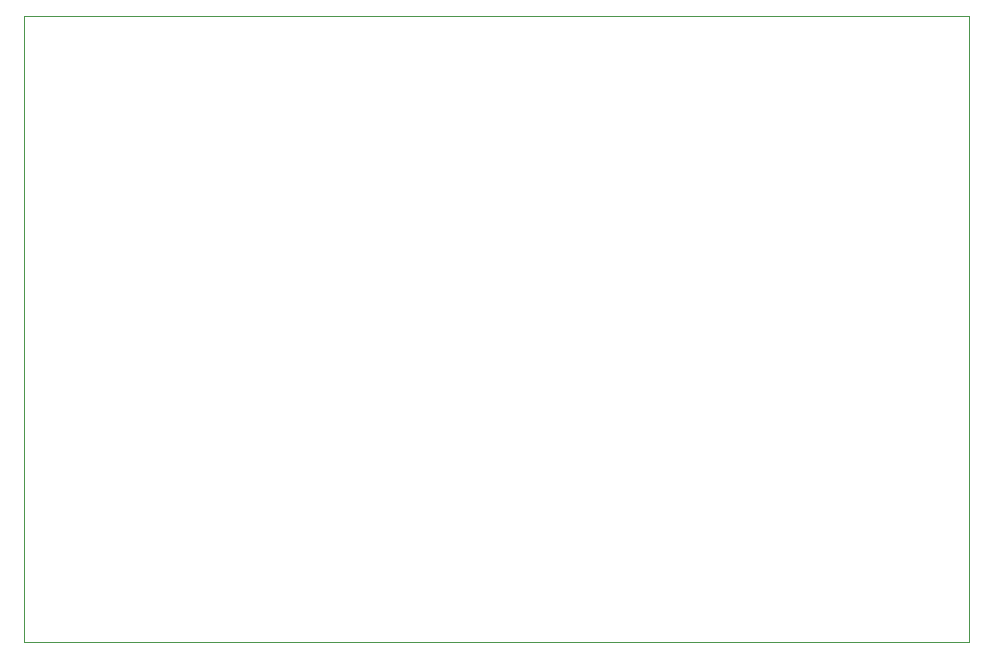
<source format=gbr>
%TF.GenerationSoftware,KiCad,Pcbnew,7.0.9*%
%TF.CreationDate,2024-01-24T13:05:58-05:00*%
%TF.ProjectId,ContadorElectronico,436f6e74-6164-46f7-9245-6c656374726f,rev?*%
%TF.SameCoordinates,Original*%
%TF.FileFunction,Profile,NP*%
%FSLAX46Y46*%
G04 Gerber Fmt 4.6, Leading zero omitted, Abs format (unit mm)*
G04 Created by KiCad (PCBNEW 7.0.9) date 2024-01-24 13:05:58*
%MOMM*%
%LPD*%
G01*
G04 APERTURE LIST*
%TA.AperFunction,Profile*%
%ADD10C,0.100000*%
%TD*%
G04 APERTURE END LIST*
D10*
X50000000Y-25000000D02*
X130000000Y-25000000D01*
X130000000Y-78000000D01*
X50000000Y-78000000D01*
X50000000Y-25000000D01*
M02*

</source>
